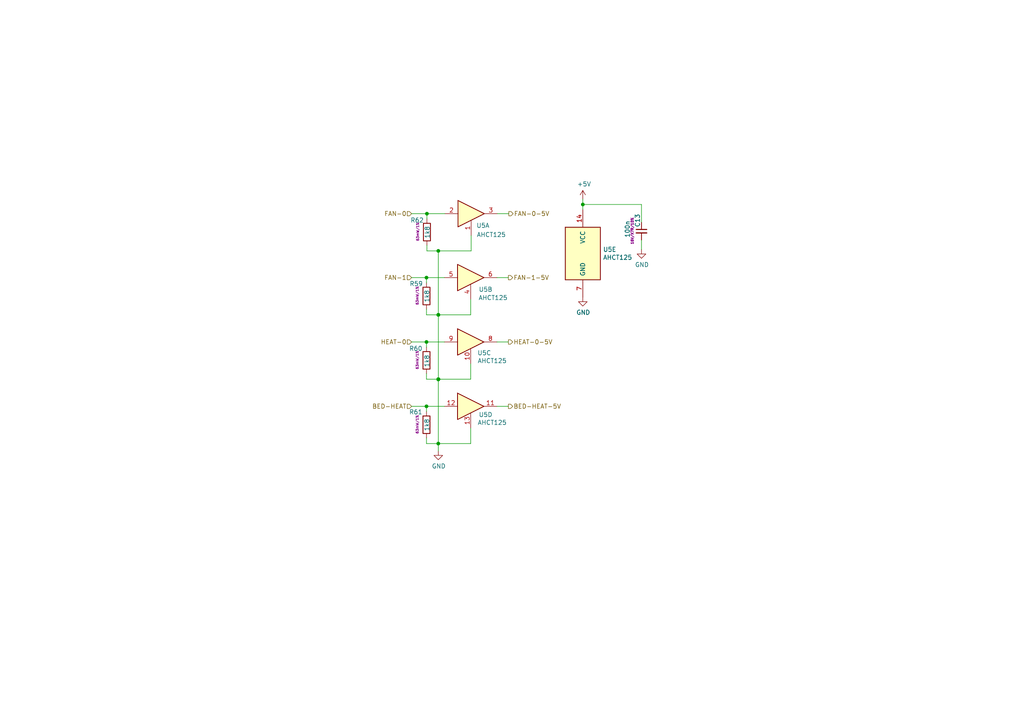
<source format=kicad_sch>
(kicad_sch (version 20211123) (generator eeschema)
  (paper "A4")
  (title_block (title "Buddy") (date "2019-10-24") (rev "v1.0.0") (company "PRUSA Research s.r.o.") (comment 1 "http://creativecommons.org/licenses/by-sa/4.0/") (comment 2 "Licensed under the Attribution-ShareAlike 4.0 International (CC BY-SA 4.0)"))
  (lib_symbols
    (symbol "74xx:74LS126" (pin_names (offset 1.016))
      (property "Reference" "U" (at 0 1.27 0))
      (property "Value" "74LS126" (at 0 -1.27 0))
      (symbol "74LS126_1_0"
        (polyline (pts (xy -3.81 3.81) (xy -3.81 -3.81) (xy 3.81 0) (xy -3.81 3.81)) (stroke (width 0.254)) (fill (type background)))
        (pin input line (at 0 -6.35 90) (length 4.445) (name "~") (number "1"))
        (pin input line (at -7.62 0 0) (length 3.81) (name "~") (number "2"))
        (pin tri_state line (at 7.62 0 180) (length 3.81) (name "~") (number "3"))
      )
      (symbol "74LS126_2_0"
        (polyline (pts (xy -3.81 3.81) (xy -3.81 -3.81) (xy 3.81 0) (xy -3.81 3.81)) (stroke (width 0.254)) (fill (type background)))
        (pin input line (at 0 -6.35 90) (length 4.445) (name "~") (number "4"))
        (pin input line (at -7.62 0 0) (length 3.81) (name "~") (number "5"))
        (pin tri_state line (at 7.62 0 180) (length 3.81) (name "~") (number "6"))
      )
      (symbol "74LS126_3_0"
        (polyline (pts (xy -3.81 3.81) (xy -3.81 -3.81) (xy 3.81 0) (xy -3.81 3.81)) (stroke (width 0.254)) (fill (type background)))
        (pin input line (at 0 -6.35 90) (length 4.445) (name "~") (number "10"))
        (pin tri_state line (at 7.62 0 180) (length 3.81) (name "~") (number "8"))
        (pin input line (at -7.62 0 0) (length 3.81) (name "~") (number "9"))
      )
      (symbol "74LS126_4_0"
        (polyline (pts (xy -3.81 3.81) (xy -3.81 -3.81) (xy 3.81 0) (xy -3.81 3.81)) (stroke (width 0.254)) (fill (type background)))
        (pin tri_state line (at 7.62 0 180) (length 3.81) (name "~") (number "11"))
        (pin input line (at -7.62 0 0) (length 3.81) (name "~") (number "12"))
        (pin input line (at 0 -6.35 90) (length 4.445) (name "~") (number "13"))
      )
      (symbol "74LS126_5_0"
        (pin power_in line (at 0 12.7 270) (length 5.08) (name "VCC") (number "14"))
        (pin power_in line (at 0 -12.7 90) (length 5.08) (name "GND") (number "7"))
      )
      (symbol "74LS126_5_1"
        (rectangle (start -5.08 7.62) (end 5.08 -7.62) (stroke (width 0.254)) (fill (type background)))
      )
    )
    (symbol "Device:C_Small" (pin_numbers hide) (pin_names (offset 0.254) hide)
      (property "Reference" "C" (at 0.254 1.778 0))
      (property "Value" "C_Small" (at 0.254 -2.032 0))
      (symbol "C_Small_0_1"
        (polyline (pts (xy -1.524 -0.508) (xy 1.524 -0.508)) (stroke (width 0.3302)))
        (polyline (pts (xy -1.524 0.508) (xy 1.524 0.508)) (stroke (width 0.3048)))
      )
      (symbol "C_Small_1_1"
        (pin passive line (at 0 2.54 270) (length 2.032) (name "~") (number "1"))
        (pin passive line (at 0 -2.54 90) (length 2.032) (name "~") (number "2"))
      )
    )
    (symbol "Device:R" (pin_numbers hide) (pin_names (offset 0))
      (property "Reference" "R" (at 2.032 0 90))
      (property "Value" "R" (at 0 0 90))
      (symbol "R_0_1"
        (rectangle (start -1.016 -2.54) (end 1.016 2.54) (stroke (width 0.254)))
      )
      (symbol "R_1_1"
        (pin passive line (at 0 3.81 270) (length 1.27) (name "~") (number "1"))
        (pin passive line (at 0 -3.81 90) (length 1.27) (name "~") (number "2"))
      )
    )
    (symbol "power:+5V" (power) (pin_names (offset 0))
      (property "Value" "+5V" (at 0 3.556 0))
      (symbol "+5V_0_1"
        (polyline (pts (xy -0.762 1.27) (xy 0 2.54)))
        (polyline (pts (xy 0 0) (xy 0 2.54)))
        (polyline (pts (xy 0 2.54) (xy 0.762 1.27)))
      )
      (symbol "+5V_1_1"
        (pin power_in line (at 0 0 90) (length 0) hide (name "+5V") (number "1"))
      )
    )
    (symbol "power:GND" (power) (pin_names (offset 0))
      (property "Value" "GND" (at 0 -3.81 0))
      (symbol "GND_0_1"
        (polyline (pts (xy 0 0) (xy 0 -1.27) (xy 1.27 -1.27) (xy 0 -2.54) (xy -1.27 -1.27) (xy 0 -1.27)))
      )
      (symbol "GND_1_1"
        (pin power_in line (at 0 0 270) (length 0) hide (name "GND") (number "1"))
      )
    )
  )
  (junction (at 123.698 80.518))
  (junction (at 127.1524 110.0379))
  (junction (at 127.127 72.771))
  (junction (at 169.037 59.309))
  (junction (at 127.1391 91.313))
  (junction (at 127.1391 109.982))
  (junction (at 123.825 61.976))
  (junction (at 127.127 91.313))
  (junction (at 123.698 117.856))
  (junction (at 123.698 99.187))
  (junction (at 127.127 128.651))
  (junction (at 127.127 110.0379))
  (junction (at 127.127 109.982))
  (wire (pts (xy 123.698 100.711) (xy 123.698 99.187)))
  (wire (pts (xy 136.652 72.771) (xy 136.652 68.326)))
  (wire (pts (xy 144.145 80.518) (xy 147.447 80.518)))
  (wire (pts (xy 169.037 59.309) (xy 169.037 57.785)))
  (wire (pts (xy 123.698 108.331) (xy 123.698 109.982)))
  (wire (pts (xy 127.1391 109.982) (xy 136.525 109.982)))
  (wire (pts (xy 127.127 128.651) (xy 136.525 128.651)))
  (wire (pts (xy 119.38 99.187) (xy 123.698 99.187)))
  (wire (pts (xy 136.525 91.313) (xy 136.525 86.868)))
  (wire (pts (xy 127.127 72.771) (xy 127.127 91.313)))
  (wire (pts (xy 123.698 89.662) (xy 123.698 91.313)))
  (wire (pts (xy 123.825 71.12) (xy 123.825 72.771)))
  (wire (pts (xy 123.698 127) (xy 123.698 128.651)))
  (wire (pts (xy 123.825 61.976) (xy 119.38 61.976)))
  (wire (pts (xy 127.1524 110.0379) (xy 127.127 110.0379)))
  (wire (pts (xy 144.145 117.856) (xy 147.447 117.856)))
  (wire (pts (xy 144.145 99.187) (xy 147.447 99.187)))
  (wire (pts (xy 123.698 128.651) (xy 127.127 128.651)))
  (wire (pts (xy 127.127 128.651) (xy 127.127 130.81)))
  (wire (pts (xy 127.127 109.982) (xy 127.127 110.0379)))
  (wire (pts (xy 127.127 110.0379) (xy 127.127 128.651)))
  (wire (pts (xy 127.1391 109.982) (xy 127.1391 91.313)))
  (wire (pts (xy 127.127 72.771) (xy 136.652 72.771)))
  (wire (pts (xy 136.525 109.982) (xy 136.525 105.537)))
  (wire (pts (xy 119.38 80.518) (xy 123.698 80.518)))
  (wire (pts (xy 127.1391 91.313) (xy 136.525 91.313)))
  (wire (pts (xy 123.698 119.38) (xy 123.698 117.856)))
  (wire (pts (xy 123.698 80.518) (xy 128.905 80.518)))
  (wire (pts (xy 123.698 99.187) (xy 128.905 99.187)))
  (wire (pts (xy 123.825 72.771) (xy 127.127 72.771)))
  (wire (pts (xy 123.825 63.5) (xy 123.825 61.976)))
  (wire (pts (xy 123.825 61.976) (xy 129.032 61.976)))
  (wire (pts (xy 119.38 117.856) (xy 123.698 117.856)))
  (wire (pts (xy 186.055 64.516) (xy 186.055 59.309)))
  (wire (pts (xy 123.698 91.313) (xy 127.127 91.313)))
  (wire (pts (xy 127.127 91.313) (xy 127.1391 91.313)))
  (wire (pts (xy 144.272 61.976) (xy 147.574 61.976)))
  (wire (pts (xy 169.037 60.833) (xy 169.037 59.309)))
  (wire (pts (xy 127.127 109.982) (xy 127.1391 109.982)))
  (wire (pts (xy 123.698 109.982) (xy 127.127 109.982)))
  (wire (pts (xy 136.525 128.651) (xy 136.525 124.206)))
  (wire (pts (xy 186.055 69.596) (xy 186.055 72.39)))
  (wire (pts (xy 186.055 59.309) (xy 169.037 59.309)))
  (wire (pts (xy 123.698 82.042) (xy 123.698 80.518)))
  (wire (pts (xy 123.698 117.856) (xy 128.905 117.856)))
  (hierarchical_label "HEAT-0" (shape input) (at 119.38 99.187 180))
  (hierarchical_label "FAN-0" (shape input) (at 119.38 61.976 180))
  (hierarchical_label "BED-HEAT" (shape input) (at 119.38 117.856 180))
  (hierarchical_label "BED-HEAT-5V" (shape output) (at 147.447 117.856 0))
  (hierarchical_label "FAN-1-5V" (shape output) (at 147.447 80.518 0))
  (hierarchical_label "HEAT-0-5V" (shape output) (at 147.447 99.187 0))
  (hierarchical_label "FAN-1" (shape input) (at 119.38 80.518 180))
  (hierarchical_label "FAN-0-5V" (shape output) (at 147.574 61.976 0))
  (symbol (lib_id "Device:R") (at 123.825 67.31 180) (unit 1)
    (property "Reference" "R62" (at 122.936 63.881 0) (effects (justify left)))
    (property "Value" "1k8" (at 123.952 65.532 90) (effects (justify left)))
    (property "Footprint" "A3IDES_footprints:R_0402_1005Metric" (effects hide))
    (property "req" "63mW/1%" (at 121.158 67.183 90) (effects (font (size 0.7112 0.7112))))
  )
  (symbol (lib_id "Device:R") (at 123.698 85.852 180) (unit 1)
    (property "Reference" "R59" (at 122.682 82.296 0) (effects (justify left)))
    (property "Value" "1k8" (at 123.825 84.074 90) (effects (justify left)))
    (property "Footprint" "A3IDES_footprints:R_0402_1005Metric" (effects hide))
    (property "req" "63mW/1%" (at 121.031 85.725 90) (effects (font (size 0.7112 0.7112))))
  )
  (symbol (lib_id "Device:R") (at 123.698 104.521 180) (unit 1)
    (property "Reference" "R60" (at 122.555 101.092 0) (effects (justify left)))
    (property "Value" "1k8" (at 123.825 102.87 90) (effects (justify left)))
    (property "Footprint" "A3IDES_footprints:R_0402_1005Metric" (effects hide))
    (property "req" "63mW/1%" (at 121.031 104.394 90) (effects (font (size 0.7112 0.7112))))
  )
  (symbol (lib_id "Device:R") (at 123.698 123.19 180) (unit 1)
    (property "Reference" "R61" (at 122.555 119.507 0) (effects (justify left)))
    (property "Value" "1k8" (at 123.825 121.412 90) (effects (justify left)))
    (property "Footprint" "A3IDES_footprints:R_0402_1005Metric" (effects hide))
    (property "req" "63mW/1%" (at 121.031 123.063 90) (effects (font (size 0.7112 0.7112))))
  )
  (symbol (lib_id "74xx:74LS126") (at 136.652 61.976 0) (unit 1)
    (property "Reference" "U5" (at 140.081 65.405 0))
    (property "Value" "AHCT125" (at 142.494 68.072 0))
    (property "Footprint" "A3IDES_footprints:Texas_S-PVQFN-N14_ThermalVias" (effects hide))
  )
  (symbol (lib_id "74xx:74LS126") (at 136.525 80.518 0) (unit 2)
    (property "Reference" "U5" (at 140.843 83.947 0))
    (property "Value" "AHCT125" (at 143.002 86.36 0))
    (property "Footprint" "A3IDES_footprints:Texas_S-PVQFN-N14_ThermalVias" (effects hide))
  )
  (symbol (lib_id "74xx:74LS126") (at 136.525 99.187 0) (unit 3)
    (property "Reference" "U5" (at 140.462 102.362 0))
    (property "Value" "AHCT125" (at 142.748 104.648 0))
    (property "Footprint" "A3IDES_footprints:Texas_S-PVQFN-N14_ThermalVias" (effects hide))
  )
  (symbol (lib_id "74xx:74LS126") (at 136.525 117.856 0) (unit 4)
    (property "Reference" "U5" (at 140.843 120.269 0))
    (property "Value" "AHCT125" (at 142.748 122.555 0))
    (property "Footprint" "A3IDES_footprints:Texas_S-PVQFN-N14_ThermalVias" (effects hide))
  )
  (symbol (lib_id "74xx:74LS126") (at 169.037 73.533 0) (unit 5)
    (property "Reference" "U5" (at 174.879 72.3646 0) (effects (justify left)))
    (property "Value" "AHCT125" (at 174.879 74.676 0) (effects (justify left)))
    (property "Footprint" "A3IDES_footprints:Texas_S-PVQFN-N14_ThermalVias" (effects hide))
  )
  (symbol (lib_id "power:GND") (at 127.127 130.81 0) (unit 1)
    (property "Reference" "#PWR094" (effects hide))
    (property "Value" "GND" (at 127.254 135.2042 0))
  )
  (symbol (lib_id "power:GND") (at 169.037 86.233 0) (unit 1)
    (property "Reference" "#PWR096" (effects hide))
    (property "Value" "GND" (at 169.164 90.6272 0))
  )
  (symbol (lib_id "power:+5V") (at 169.037 57.785 0) (unit 1)
    (property "Reference" "#PWR095" (effects hide))
    (property "Value" "+5V" (at 169.418 53.3908 0))
  )
  (symbol (lib_id "power:GND") (at 186.055 72.39 0) (unit 1)
    (property "Reference" "#PWR097" (effects hide))
    (property "Value" "GND" (at 186.182 76.7842 0))
  )
  (symbol (lib_id "Device:C_Small") (at 186.055 67.056 0) (unit 1)
    (property "Reference" "C13" (at 184.912 65.913 90) (effects (justify left)))
    (property "Value" "100n" (at 181.991 68.961 90) (effects (justify left)))
    (property "Footprint" "A3IDES_footprints:C_0402_1005Metric" (effects hide))
    (property "req" "16V/X7R/10%" (at 183.388 70.866 90) (effects (font (size 0.7112 0.7112)) (justify left)))
  )
)
</source>
